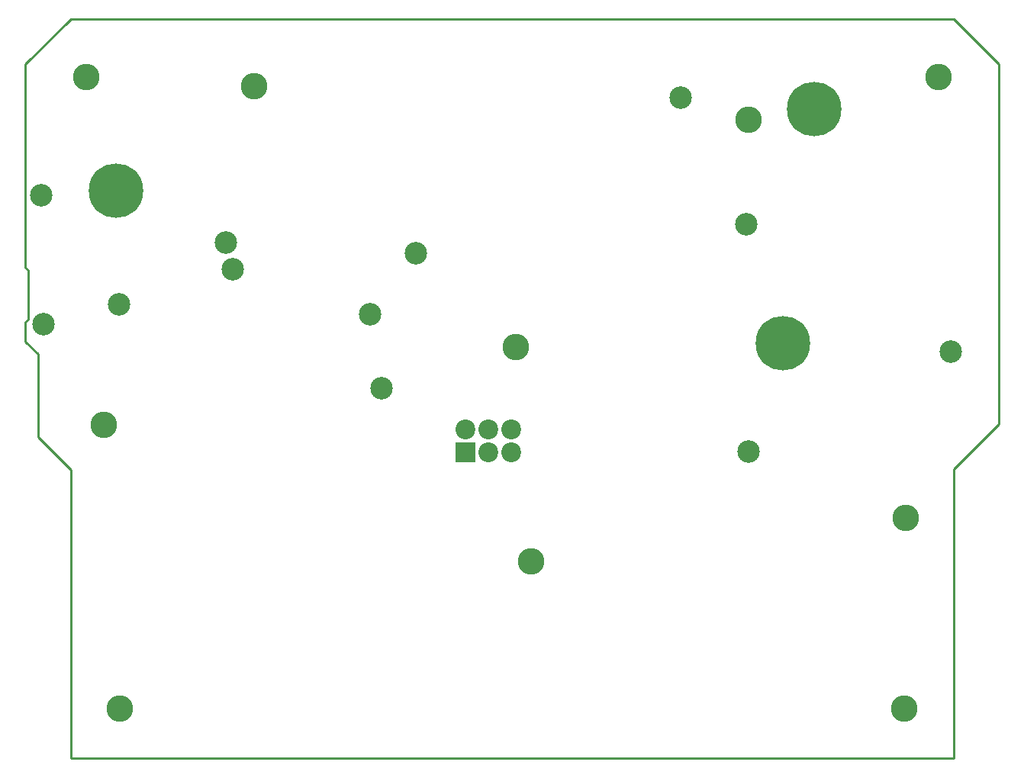
<source format=gbr>
%TF.GenerationSoftware,KiCad,Pcbnew,9.0.7*%
%TF.CreationDate,2026-02-04T16:30:55+00:00*%
%TF.ProjectId,FED3 tester - support,46454433-2074-4657-9374-6572202d2073,rev?*%
%TF.SameCoordinates,PX6146580PY6dc4960*%
%TF.FileFunction,Soldermask,Top*%
%TF.FilePolarity,Negative*%
%FSLAX46Y46*%
G04 Gerber Fmt 4.6, Leading zero omitted, Abs format (unit mm)*
G04 Created by KiCad (PCBNEW 9.0.7) date 2026-02-04 16:30:55*
%MOMM*%
%LPD*%
G01*
G04 APERTURE LIST*
%ADD10C,2.950000*%
%ADD11C,2.500000*%
%ADD12R,2.200000X2.200000*%
%ADD13C,2.200000*%
%ADD14C,6.050000*%
%TA.AperFunction,Profile*%
%ADD15C,0.250000*%
%TD*%
G04 APERTURE END LIST*
D10*
%TO.C,*%
X49401100Y45650000D03*
%TD*%
%TO.C,*%
X75200000Y70900000D03*
%TD*%
D11*
%TO.C,TP6*%
X34526100Y41053600D03*
%TD*%
D10*
%TO.C,*%
X3700000Y37050000D03*
%TD*%
%TO.C,*%
X92500000Y5550000D03*
%TD*%
%TO.C,*%
X51100000Y21850000D03*
%TD*%
D11*
%TO.C,TP3*%
X17201100Y57228600D03*
%TD*%
%TO.C,TP11*%
X17976100Y54278600D03*
%TD*%
D10*
%TO.C,*%
X92650000Y26650000D03*
%TD*%
D11*
%TO.C,TP12*%
X33251100Y49278600D03*
%TD*%
D10*
%TO.C,*%
X20350000Y74650000D03*
%TD*%
D11*
%TO.C,TP7*%
X97701100Y45153600D03*
%TD*%
%TO.C,TP10*%
X-3273900Y62503600D03*
%TD*%
%TO.C,TP8*%
X75001100Y59253600D03*
%TD*%
%TO.C,TP9*%
X-2998900Y48153600D03*
%TD*%
D10*
%TO.C,*%
X96300000Y75650000D03*
%TD*%
%TO.C,*%
X5500000Y5500000D03*
%TD*%
D11*
%TO.C,TP4*%
X5351100Y50403600D03*
%TD*%
%TO.C,TP2*%
X75201100Y34028600D03*
%TD*%
D12*
%TO.C,J2*%
X43839050Y33943857D03*
D13*
X43839050Y36483857D03*
X46379050Y33943857D03*
X46379050Y36483857D03*
X48919050Y33943857D03*
X48919050Y36483857D03*
%TD*%
D14*
%TO.C,@HOLE6*%
X79000000Y46050000D03*
%TD*%
D11*
%TO.C,TP5*%
X67701100Y73328600D03*
%TD*%
D10*
%TO.C,*%
X1750000Y75650000D03*
%TD*%
D11*
%TO.C,TP13*%
X38276100Y56103600D03*
%TD*%
D14*
%TO.C,*%
X5001100Y63050000D03*
%TD*%
%TO.C,@HOLE0*%
X82500000Y72050000D03*
%TD*%
D15*
X-3600000Y35650000D02*
X-3600000Y44850000D01*
X98000000Y82050000D02*
X103000000Y77050000D01*
X-4720000Y54170000D02*
X-5000000Y54450000D01*
X-5000000Y77050000D02*
X0Y82050000D01*
X-4720000Y48730000D02*
X-4720000Y54170000D01*
X-5000000Y54450000D02*
X-5000000Y77050000D01*
X36000000Y82050000D02*
X62000000Y82050000D01*
X-5000000Y48450000D02*
X-4720000Y48730000D01*
X98000000Y32100000D02*
X98000000Y0D01*
X103000000Y37100000D02*
X98000000Y32100000D01*
X0Y32050000D02*
X-3600000Y35650000D01*
X0Y82050000D02*
X36000000Y82050000D01*
X-5000000Y46250000D02*
X-5000000Y48450000D01*
X103000000Y77050000D02*
X103000000Y37100000D01*
X98000000Y0D02*
X0Y0D01*
X0Y32050000D02*
X0Y0D01*
X-3600000Y44850000D02*
X-5000000Y46250000D01*
X62000000Y82050000D02*
X98000000Y82050000D01*
M02*

</source>
